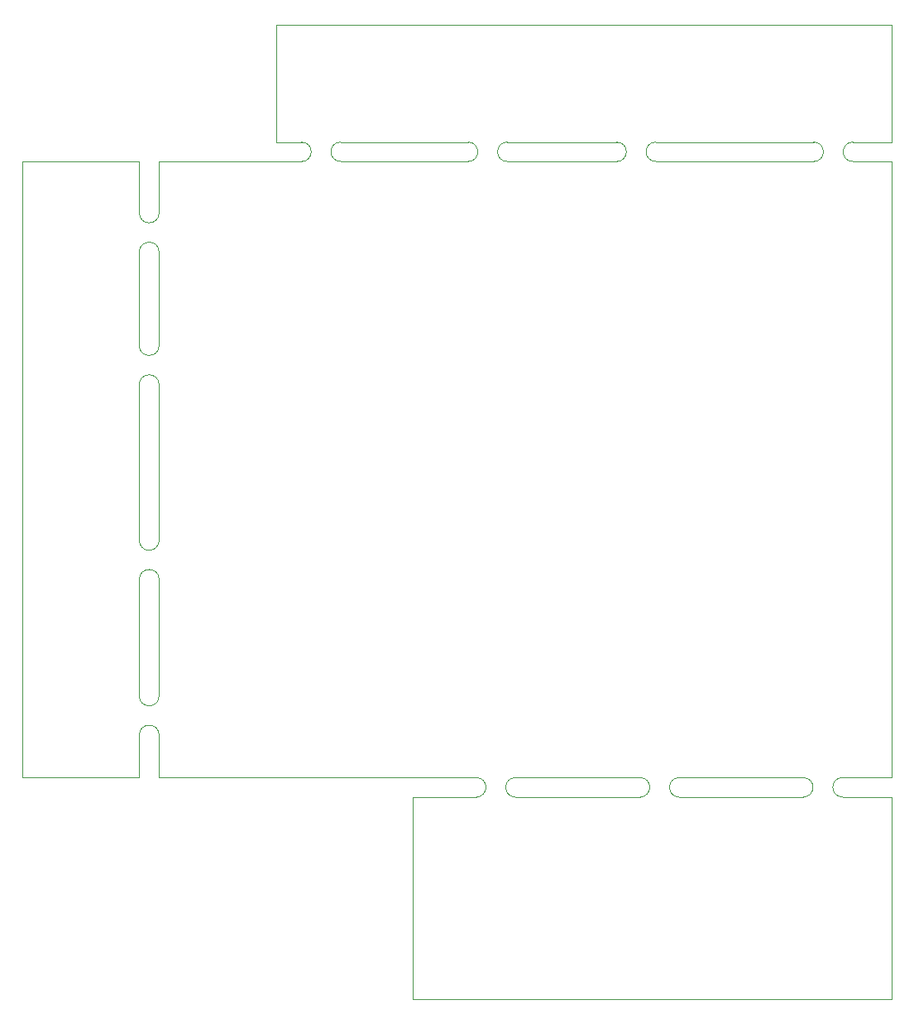
<source format=gbr>
G04 #@! TF.GenerationSoftware,KiCad,Pcbnew,(5.1.4-0-10_14)*
G04 #@! TF.CreationDate,2020-04-09T08:11:15-05:00*
G04 #@! TF.ProjectId,MIDI_CONTROLLER_MAIN_BOARD,4d494449-5f43-44f4-9e54-524f4c4c4552,rev?*
G04 #@! TF.SameCoordinates,Original*
G04 #@! TF.FileFunction,Profile,NP*
%FSLAX46Y46*%
G04 Gerber Fmt 4.6, Leading zero omitted, Abs format (unit mm)*
G04 Created by KiCad (PCBNEW (5.1.4-0-10_14)) date 2020-04-09 08:11:15*
%MOMM*%
%LPD*%
G04 APERTURE LIST*
%ADD10C,0.050000*%
G04 APERTURE END LIST*
D10*
X85966300Y-162979100D02*
X85966300Y-163017200D01*
X97967800Y-162979100D02*
X97967800Y-163017200D01*
X97967800Y-138734800D02*
X97967800Y-138760200D01*
X149225000Y-163017200D02*
X136474200Y-163017200D01*
X165938200Y-163017200D02*
X153238200Y-163017200D01*
X174980600Y-164998400D02*
X175006000Y-164998400D01*
X174980600Y-185699400D02*
X175006000Y-185699400D01*
X169951400Y-163017200D02*
X175006000Y-163017200D01*
X99999800Y-162991800D02*
X99999800Y-163017200D01*
X132461000Y-163017200D02*
X99999800Y-163017200D01*
X132461000Y-163017200D02*
G75*
G02X132461000Y-164998400I0J-990600D01*
G01*
X136474200Y-164998400D02*
G75*
G02X136474200Y-163017200I0J990600D01*
G01*
X149225000Y-163017200D02*
G75*
G02X149225000Y-164998400I0J-990600D01*
G01*
X153238200Y-164998400D02*
G75*
G02X153238200Y-163017200I0J990600D01*
G01*
X165938200Y-163017200D02*
G75*
G02X165938200Y-164998400I0J-990600D01*
G01*
X169951400Y-164998400D02*
G75*
G02X169951400Y-163017200I0J990600D01*
G01*
X174980600Y-164998400D02*
X169951400Y-164998400D01*
X171018200Y-99999800D02*
G75*
G02X171018200Y-98018600I0J990600D01*
G01*
X167005000Y-98018600D02*
G75*
G02X167005000Y-99999800I0J-990600D01*
G01*
X150850600Y-99999800D02*
G75*
G02X150850600Y-98018600I0J990600D01*
G01*
X146837400Y-98018600D02*
G75*
G02X146837400Y-99999800I0J-990600D01*
G01*
X135636000Y-99999800D02*
G75*
G02X135636000Y-98018600I0J990600D01*
G01*
X131622800Y-98018600D02*
G75*
G02X131622800Y-99999800I0J-990600D01*
G01*
X118592600Y-99999800D02*
G75*
G02X118592600Y-98018600I0J990600D01*
G01*
X114579400Y-98018600D02*
G75*
G02X114579400Y-99999800I0J-990600D01*
G01*
X149225000Y-164998400D02*
X136474200Y-164998400D01*
X165938200Y-164998400D02*
X153238200Y-164998400D01*
X125958600Y-164998400D02*
X132461000Y-164998400D01*
X175000000Y-100000000D02*
X171018200Y-99999800D01*
X171018200Y-98018600D02*
X175006000Y-98018600D01*
X167005000Y-98018600D02*
X150850600Y-98018600D01*
X150850600Y-99999800D02*
X167005000Y-99999800D01*
X146837400Y-98018600D02*
X135636000Y-98018600D01*
X135636000Y-99999800D02*
X146837400Y-99999800D01*
X131622800Y-98018600D02*
X118592600Y-98018600D01*
X118592600Y-99999800D02*
X131622800Y-99999800D01*
X112014000Y-98018600D02*
X114579400Y-98018600D01*
X99999800Y-99999800D02*
X114579400Y-99999800D01*
X99999800Y-105257600D02*
G75*
G02X97967800Y-105257600I-1016000J0D01*
G01*
X97967800Y-109270800D02*
G75*
G02X99999800Y-109270800I1016000J0D01*
G01*
X99999800Y-118821200D02*
G75*
G02X97967800Y-118821200I-1016000J0D01*
G01*
X97967800Y-122834400D02*
G75*
G02X99999800Y-122834400I1016000J0D01*
G01*
X99999483Y-138734808D02*
G75*
G02X97967800Y-138760200I-1015683J-25392D01*
G01*
X97967800Y-142748000D02*
G75*
G02X99999800Y-142748000I1016000J0D01*
G01*
X97967800Y-158673800D02*
G75*
G02X99999800Y-158673800I1016000J0D01*
G01*
X99999800Y-154660600D02*
G75*
G02X97967800Y-154660600I-1016000J0D01*
G01*
X99999800Y-158673800D02*
X99999800Y-162991800D01*
X99999800Y-142748000D02*
X99999800Y-154660600D01*
X99999800Y-122834400D02*
X99999800Y-138734800D01*
X99999800Y-109270800D02*
X99999800Y-118821200D01*
X99999800Y-99999800D02*
X99999800Y-105257600D01*
X97967800Y-105257600D02*
X97967800Y-99987100D01*
X97967800Y-118821200D02*
X97967800Y-109270800D01*
X97967800Y-138734800D02*
X97967800Y-122834400D01*
X97967800Y-154660600D02*
X97967800Y-142748000D01*
X97967800Y-162979100D02*
X97967800Y-158673800D01*
X125958600Y-185699400D02*
X125958600Y-164998400D01*
X174980600Y-185699400D02*
X125958600Y-185699400D01*
X175006000Y-164998400D02*
X175006000Y-185699400D01*
X85966300Y-99987100D02*
X85966300Y-162979100D01*
X97967800Y-163017200D02*
X85966300Y-163017200D01*
X97967800Y-99987100D02*
X85966300Y-99987100D01*
X112014000Y-97955100D02*
X112014000Y-98018600D01*
X112014000Y-86017100D02*
X112014000Y-86398100D01*
X175006000Y-86017100D02*
X112014000Y-86017100D01*
X175006000Y-98018600D02*
X175006000Y-86017100D01*
X112014000Y-97955100D02*
X112014000Y-86398100D01*
X175000000Y-100000000D02*
X175006000Y-163017200D01*
M02*

</source>
